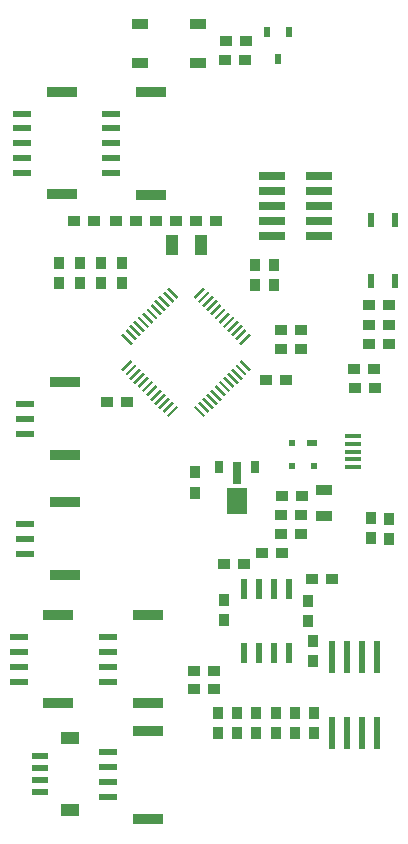
<source format=gbr>
G04 #@! TF.GenerationSoftware,KiCad,Pcbnew,(5.0.0)*
G04 #@! TF.CreationDate,2019-01-02T14:39:16-06:00*
G04 #@! TF.ProjectId,fk-sonar,666B2D736F6E61722E6B696361645F70,0.1*
G04 #@! TF.SameCoordinates,PX791ddc0PY791ddc0*
G04 #@! TF.FileFunction,Paste,Top*
G04 #@! TF.FilePolarity,Positive*
%FSLAX46Y46*%
G04 Gerber Fmt 4.6, Leading zero omitted, Abs format (unit mm)*
G04 Created by KiCad (PCBNEW (5.0.0)) date 01/02/19 14:39:17*
%MOMM*%
%LPD*%
G01*
G04 APERTURE LIST*
%ADD10R,0.540000X1.800000*%
%ADD11R,1.530000X0.540000*%
%ADD12R,2.520000X0.900000*%
%ADD13R,2.250000X0.675000*%
%ADD14R,0.630000X1.305000*%
%ADD15R,0.900000X0.990000*%
%ADD16R,0.990000X0.900000*%
%ADD17R,1.350000X0.900000*%
%ADD18C,0.225000*%
%ADD19C,0.100000*%
%ADD20R,0.990000X1.710000*%
%ADD21R,0.585000X0.945000*%
%ADD22R,1.350000X0.810000*%
%ADD23R,0.540000X2.700000*%
%ADD24R,0.900000X0.630000*%
%ADD25R,0.540000X0.630000*%
%ADD26R,1.350000X0.405000*%
%ADD27R,1.395000X0.540000*%
%ADD28R,1.620000X1.080000*%
%ADD29R,0.720000X1.080000*%
%ADD30R,0.720000X1.980000*%
%ADD31R,1.800000X2.250000*%
G04 APERTURE END LIST*
D10*
G04 #@! TO.C,U3*
X19608800Y10152400D03*
X18338800Y10152400D03*
X17068800Y10152400D03*
X15798800Y10152400D03*
X15798800Y15552400D03*
X17068800Y15552400D03*
X18338800Y15552400D03*
X19608800Y15552400D03*
G04 #@! TD*
D11*
G04 #@! TO.C,J10*
X4597400Y55803800D03*
X4597400Y54553800D03*
X4597400Y53303800D03*
X4597400Y52053800D03*
X4597400Y50803800D03*
D12*
X7947400Y57653800D03*
X7947400Y48953800D03*
G04 #@! TD*
D11*
G04 #@! TO.C,J9*
X-2966000Y55814600D03*
X-2966000Y54564600D03*
X-2966000Y53314600D03*
X-2966000Y52064600D03*
X-2966000Y50814600D03*
D12*
X384000Y57664600D03*
X384000Y48964600D03*
G04 #@! TD*
D13*
G04 #@! TO.C,J2*
X22180300Y45453300D03*
X18180300Y45453300D03*
X22180300Y46723300D03*
X18180300Y46723300D03*
X22180300Y47993300D03*
X18180300Y47993300D03*
X22180300Y49263300D03*
X18180300Y49263300D03*
X22180300Y50533300D03*
X18180300Y50533300D03*
G04 #@! TD*
D14*
G04 #@! TO.C,SW1*
X26609800Y46801400D03*
X26609800Y41641400D03*
X28609800Y41641400D03*
X28609800Y46801400D03*
G04 #@! TD*
D15*
G04 #@! TO.C,C1*
X3708400Y41479100D03*
X3708400Y43179100D03*
G04 #@! TD*
G04 #@! TO.C,C2*
X5461900Y41479100D03*
X5461900Y43179100D03*
G04 #@! TD*
D16*
G04 #@! TO.C,C3*
X10082000Y46736000D03*
X8382000Y46736000D03*
G04 #@! TD*
G04 #@! TO.C,C4*
X11762000Y46736000D03*
X13462000Y46736000D03*
G04 #@! TD*
D15*
G04 #@! TO.C,C5*
X16725900Y41263200D03*
X16725900Y42963200D03*
G04 #@! TD*
G04 #@! TO.C,C6*
X18376900Y41263200D03*
X18376900Y42963200D03*
G04 #@! TD*
G04 #@! TO.C,C7*
X1930400Y41479100D03*
X1930400Y43179100D03*
G04 #@! TD*
D16*
G04 #@! TO.C,C8*
X5930000Y31432500D03*
X4230000Y31432500D03*
G04 #@! TD*
G04 #@! TO.C,C9*
X17692000Y33274000D03*
X19392000Y33274000D03*
G04 #@! TD*
G04 #@! TO.C,C12*
X18962000Y20193000D03*
X20662000Y20193000D03*
G04 #@! TD*
D15*
G04 #@! TO.C,C13*
X28130500Y21487500D03*
X28130500Y19787500D03*
G04 #@! TD*
G04 #@! TO.C,C14*
X18542000Y5041000D03*
X18542000Y3341000D03*
G04 #@! TD*
G04 #@! TO.C,C17*
X15240000Y5080000D03*
X15240000Y3380000D03*
G04 #@! TD*
G04 #@! TO.C,C18*
X16827500Y5080000D03*
X16827500Y3380000D03*
G04 #@! TD*
D16*
G04 #@! TO.C,C19*
X28091500Y36322000D03*
X26391500Y36322000D03*
G04 #@! TD*
D15*
G04 #@! TO.C,C20*
X21653500Y11137000D03*
X21653500Y9437000D03*
G04 #@! TD*
D17*
G04 #@! TO.C,F1*
X22606000Y21760000D03*
X22606000Y23960000D03*
G04 #@! TD*
D15*
G04 #@! TO.C,L1*
X152400Y41479100D03*
X152400Y43179100D03*
G04 #@! TD*
D16*
G04 #@! TO.C,L2*
X18962000Y21844000D03*
X20662000Y21844000D03*
G04 #@! TD*
G04 #@! TO.C,R2*
X26404200Y37922200D03*
X28104200Y37922200D03*
G04 #@! TD*
G04 #@! TO.C,R3*
X26404200Y39624000D03*
X28104200Y39624000D03*
G04 #@! TD*
G04 #@! TO.C,R8*
X17374500Y18605500D03*
X19074500Y18605500D03*
G04 #@! TD*
D15*
G04 #@! TO.C,R9*
X14097000Y12929500D03*
X14097000Y14629500D03*
G04 #@! TD*
D16*
G04 #@! TO.C,R10*
X15811500Y17716500D03*
X14111500Y17716500D03*
G04 #@! TD*
D15*
G04 #@! TO.C,R11*
X21717000Y5041000D03*
X21717000Y3341000D03*
G04 #@! TD*
G04 #@! TO.C,R12*
X13652500Y5041000D03*
X13652500Y3341000D03*
G04 #@! TD*
D16*
G04 #@! TO.C,R13*
X3136000Y46736000D03*
X1436000Y46736000D03*
G04 #@! TD*
G04 #@! TO.C,R14*
X4992000Y46736000D03*
X6692000Y46736000D03*
G04 #@! TD*
G04 #@! TO.C,R15*
X11596000Y7112000D03*
X13296000Y7112000D03*
G04 #@! TD*
D18*
G04 #@! TO.C,U1*
X9784029Y40638058D03*
D19*
G36*
X9290822Y40972166D02*
X9449921Y41131265D01*
X10277236Y40303950D01*
X10118137Y40144851D01*
X9290822Y40972166D01*
X9290822Y40972166D01*
G37*
D18*
X9430476Y40284505D03*
D19*
G36*
X8937269Y40618613D02*
X9096368Y40777712D01*
X9923683Y39950397D01*
X9764584Y39791298D01*
X8937269Y40618613D01*
X8937269Y40618613D01*
G37*
D18*
X9076922Y39930951D03*
D19*
G36*
X8583715Y40265059D02*
X8742814Y40424158D01*
X9570129Y39596843D01*
X9411030Y39437744D01*
X8583715Y40265059D01*
X8583715Y40265059D01*
G37*
D18*
X8723369Y39577398D03*
D19*
G36*
X8230162Y39911506D02*
X8389261Y40070605D01*
X9216576Y39243290D01*
X9057477Y39084191D01*
X8230162Y39911506D01*
X8230162Y39911506D01*
G37*
D18*
X8369816Y39223845D03*
D19*
G36*
X7876609Y39557953D02*
X8035708Y39717052D01*
X8863023Y38889737D01*
X8703924Y38730638D01*
X7876609Y39557953D01*
X7876609Y39557953D01*
G37*
D18*
X8016262Y38870291D03*
D19*
G36*
X7523055Y39204399D02*
X7682154Y39363498D01*
X8509469Y38536183D01*
X8350370Y38377084D01*
X7523055Y39204399D01*
X7523055Y39204399D01*
G37*
D18*
X7662709Y38516738D03*
D19*
G36*
X7169502Y38850846D02*
X7328601Y39009945D01*
X8155916Y38182630D01*
X7996817Y38023531D01*
X7169502Y38850846D01*
X7169502Y38850846D01*
G37*
D18*
X7309155Y38163184D03*
D19*
G36*
X6815948Y38497292D02*
X6975047Y38656391D01*
X7802362Y37829076D01*
X7643263Y37669977D01*
X6815948Y38497292D01*
X6815948Y38497292D01*
G37*
D18*
X6955602Y37809631D03*
D19*
G36*
X6462395Y38143739D02*
X6621494Y38302838D01*
X7448809Y37475523D01*
X7289710Y37316424D01*
X6462395Y38143739D01*
X6462395Y38143739D01*
G37*
D18*
X6602049Y37456078D03*
D19*
G36*
X6108842Y37790186D02*
X6267941Y37949285D01*
X7095256Y37121970D01*
X6936157Y36962871D01*
X6108842Y37790186D01*
X6108842Y37790186D01*
G37*
D18*
X6248495Y37102524D03*
D19*
G36*
X5755288Y37436632D02*
X5914387Y37595731D01*
X6741702Y36768416D01*
X6582603Y36609317D01*
X5755288Y37436632D01*
X5755288Y37436632D01*
G37*
D18*
X5894942Y36748971D03*
D19*
G36*
X5401735Y37083079D02*
X5560834Y37242178D01*
X6388149Y36414863D01*
X6229050Y36255764D01*
X5401735Y37083079D01*
X5401735Y37083079D01*
G37*
D18*
X5894942Y34486229D03*
D19*
G36*
X5560834Y33993022D02*
X5401735Y34152121D01*
X6229050Y34979436D01*
X6388149Y34820337D01*
X5560834Y33993022D01*
X5560834Y33993022D01*
G37*
D18*
X6248495Y34132676D03*
D19*
G36*
X5914387Y33639469D02*
X5755288Y33798568D01*
X6582603Y34625883D01*
X6741702Y34466784D01*
X5914387Y33639469D01*
X5914387Y33639469D01*
G37*
D18*
X6602049Y33779122D03*
D19*
G36*
X6267941Y33285915D02*
X6108842Y33445014D01*
X6936157Y34272329D01*
X7095256Y34113230D01*
X6267941Y33285915D01*
X6267941Y33285915D01*
G37*
D18*
X6955602Y33425569D03*
D19*
G36*
X6621494Y32932362D02*
X6462395Y33091461D01*
X7289710Y33918776D01*
X7448809Y33759677D01*
X6621494Y32932362D01*
X6621494Y32932362D01*
G37*
D18*
X7309155Y33072016D03*
D19*
G36*
X6975047Y32578809D02*
X6815948Y32737908D01*
X7643263Y33565223D01*
X7802362Y33406124D01*
X6975047Y32578809D01*
X6975047Y32578809D01*
G37*
D18*
X7662709Y32718462D03*
D19*
G36*
X7328601Y32225255D02*
X7169502Y32384354D01*
X7996817Y33211669D01*
X8155916Y33052570D01*
X7328601Y32225255D01*
X7328601Y32225255D01*
G37*
D18*
X8016262Y32364909D03*
D19*
G36*
X7682154Y31871702D02*
X7523055Y32030801D01*
X8350370Y32858116D01*
X8509469Y32699017D01*
X7682154Y31871702D01*
X7682154Y31871702D01*
G37*
D18*
X8369816Y32011355D03*
D19*
G36*
X8035708Y31518148D02*
X7876609Y31677247D01*
X8703924Y32504562D01*
X8863023Y32345463D01*
X8035708Y31518148D01*
X8035708Y31518148D01*
G37*
D18*
X8723369Y31657802D03*
D19*
G36*
X8389261Y31164595D02*
X8230162Y31323694D01*
X9057477Y32151009D01*
X9216576Y31991910D01*
X8389261Y31164595D01*
X8389261Y31164595D01*
G37*
D18*
X9076922Y31304249D03*
D19*
G36*
X8742814Y30811042D02*
X8583715Y30970141D01*
X9411030Y31797456D01*
X9570129Y31638357D01*
X8742814Y30811042D01*
X8742814Y30811042D01*
G37*
D18*
X9430476Y30950695D03*
D19*
G36*
X9096368Y30457488D02*
X8937269Y30616587D01*
X9764584Y31443902D01*
X9923683Y31284803D01*
X9096368Y30457488D01*
X9096368Y30457488D01*
G37*
D18*
X9784029Y30597142D03*
D19*
G36*
X9449921Y30103935D02*
X9290822Y30263034D01*
X10118137Y31090349D01*
X10277236Y30931250D01*
X9449921Y30103935D01*
X9449921Y30103935D01*
G37*
D18*
X12046771Y30597142D03*
D19*
G36*
X11553564Y30931250D02*
X11712663Y31090349D01*
X12539978Y30263034D01*
X12380879Y30103935D01*
X11553564Y30931250D01*
X11553564Y30931250D01*
G37*
D18*
X12400324Y30950695D03*
D19*
G36*
X11907117Y31284803D02*
X12066216Y31443902D01*
X12893531Y30616587D01*
X12734432Y30457488D01*
X11907117Y31284803D01*
X11907117Y31284803D01*
G37*
D18*
X12753878Y31304249D03*
D19*
G36*
X12260671Y31638357D02*
X12419770Y31797456D01*
X13247085Y30970141D01*
X13087986Y30811042D01*
X12260671Y31638357D01*
X12260671Y31638357D01*
G37*
D18*
X13107431Y31657802D03*
D19*
G36*
X12614224Y31991910D02*
X12773323Y32151009D01*
X13600638Y31323694D01*
X13441539Y31164595D01*
X12614224Y31991910D01*
X12614224Y31991910D01*
G37*
D18*
X13460984Y32011355D03*
D19*
G36*
X12967777Y32345463D02*
X13126876Y32504562D01*
X13954191Y31677247D01*
X13795092Y31518148D01*
X12967777Y32345463D01*
X12967777Y32345463D01*
G37*
D18*
X13814538Y32364909D03*
D19*
G36*
X13321331Y32699017D02*
X13480430Y32858116D01*
X14307745Y32030801D01*
X14148646Y31871702D01*
X13321331Y32699017D01*
X13321331Y32699017D01*
G37*
D18*
X14168091Y32718462D03*
D19*
G36*
X13674884Y33052570D02*
X13833983Y33211669D01*
X14661298Y32384354D01*
X14502199Y32225255D01*
X13674884Y33052570D01*
X13674884Y33052570D01*
G37*
D18*
X14521645Y33072016D03*
D19*
G36*
X14028438Y33406124D02*
X14187537Y33565223D01*
X15014852Y32737908D01*
X14855753Y32578809D01*
X14028438Y33406124D01*
X14028438Y33406124D01*
G37*
D18*
X14875198Y33425569D03*
D19*
G36*
X14381991Y33759677D02*
X14541090Y33918776D01*
X15368405Y33091461D01*
X15209306Y32932362D01*
X14381991Y33759677D01*
X14381991Y33759677D01*
G37*
D18*
X15228751Y33779122D03*
D19*
G36*
X14735544Y34113230D02*
X14894643Y34272329D01*
X15721958Y33445014D01*
X15562859Y33285915D01*
X14735544Y34113230D01*
X14735544Y34113230D01*
G37*
D18*
X15582305Y34132676D03*
D19*
G36*
X15089098Y34466784D02*
X15248197Y34625883D01*
X16075512Y33798568D01*
X15916413Y33639469D01*
X15089098Y34466784D01*
X15089098Y34466784D01*
G37*
D18*
X15935858Y34486229D03*
D19*
G36*
X15442651Y34820337D02*
X15601750Y34979436D01*
X16429065Y34152121D01*
X16269966Y33993022D01*
X15442651Y34820337D01*
X15442651Y34820337D01*
G37*
D18*
X15935858Y36748971D03*
D19*
G36*
X15601750Y36255764D02*
X15442651Y36414863D01*
X16269966Y37242178D01*
X16429065Y37083079D01*
X15601750Y36255764D01*
X15601750Y36255764D01*
G37*
D18*
X15582305Y37102524D03*
D19*
G36*
X15248197Y36609317D02*
X15089098Y36768416D01*
X15916413Y37595731D01*
X16075512Y37436632D01*
X15248197Y36609317D01*
X15248197Y36609317D01*
G37*
D18*
X15228751Y37456078D03*
D19*
G36*
X14894643Y36962871D02*
X14735544Y37121970D01*
X15562859Y37949285D01*
X15721958Y37790186D01*
X14894643Y36962871D01*
X14894643Y36962871D01*
G37*
D18*
X14875198Y37809631D03*
D19*
G36*
X14541090Y37316424D02*
X14381991Y37475523D01*
X15209306Y38302838D01*
X15368405Y38143739D01*
X14541090Y37316424D01*
X14541090Y37316424D01*
G37*
D18*
X14521645Y38163184D03*
D19*
G36*
X14187537Y37669977D02*
X14028438Y37829076D01*
X14855753Y38656391D01*
X15014852Y38497292D01*
X14187537Y37669977D01*
X14187537Y37669977D01*
G37*
D18*
X14168091Y38516738D03*
D19*
G36*
X13833983Y38023531D02*
X13674884Y38182630D01*
X14502199Y39009945D01*
X14661298Y38850846D01*
X13833983Y38023531D01*
X13833983Y38023531D01*
G37*
D18*
X13814538Y38870291D03*
D19*
G36*
X13480430Y38377084D02*
X13321331Y38536183D01*
X14148646Y39363498D01*
X14307745Y39204399D01*
X13480430Y38377084D01*
X13480430Y38377084D01*
G37*
D18*
X13460984Y39223845D03*
D19*
G36*
X13126876Y38730638D02*
X12967777Y38889737D01*
X13795092Y39717052D01*
X13954191Y39557953D01*
X13126876Y38730638D01*
X13126876Y38730638D01*
G37*
D18*
X13107431Y39577398D03*
D19*
G36*
X12773323Y39084191D02*
X12614224Y39243290D01*
X13441539Y40070605D01*
X13600638Y39911506D01*
X12773323Y39084191D01*
X12773323Y39084191D01*
G37*
D18*
X12753878Y39930951D03*
D19*
G36*
X12419770Y39437744D02*
X12260671Y39596843D01*
X13087986Y40424158D01*
X13247085Y40265059D01*
X12419770Y39437744D01*
X12419770Y39437744D01*
G37*
D18*
X12400324Y40284505D03*
D19*
G36*
X12066216Y39791298D02*
X11907117Y39950397D01*
X12734432Y40777712D01*
X12893531Y40618613D01*
X12066216Y39791298D01*
X12066216Y39791298D01*
G37*
D18*
X12046771Y40638058D03*
D19*
G36*
X11712663Y40144851D02*
X11553564Y40303950D01*
X12380879Y41131265D01*
X12539978Y40972166D01*
X11712663Y40144851D01*
X11712663Y40144851D01*
G37*
G04 #@! TD*
D20*
G04 #@! TO.C,Y1*
X9692002Y44704000D03*
X12192000Y44704000D03*
G04 #@! TD*
D21*
G04 #@! TO.C,Q1*
X19644400Y62694200D03*
X17744400Y62694200D03*
X18694400Y60394200D03*
G04 #@! TD*
D16*
G04 #@! TO.C,R1*
X14237600Y60350400D03*
X15937600Y60350400D03*
G04 #@! TD*
D22*
G04 #@! TO.C,U7*
X11924200Y60072000D03*
X11924200Y63372000D03*
X7024200Y63372000D03*
X7024200Y60072000D03*
G04 #@! TD*
D11*
G04 #@! TO.C,J1*
X-2712000Y21062000D03*
X-2712000Y19812000D03*
X-2712000Y18562000D03*
D12*
X638000Y22912000D03*
X638000Y16712000D03*
G04 #@! TD*
G04 #@! TO.C,J8*
X638000Y26872000D03*
X638000Y33072000D03*
D11*
X-2712000Y28722000D03*
X-2712000Y29972000D03*
X-2712000Y31222000D03*
G04 #@! TD*
D15*
G04 #@! TO.C,R4*
X26543000Y21551000D03*
X26543000Y19851000D03*
G04 #@! TD*
D23*
G04 #@! TO.C,U4*
X23241000Y9804000D03*
X24511000Y9804000D03*
X25781000Y9804000D03*
X27051000Y9804000D03*
X27051000Y3404000D03*
X25781000Y3404000D03*
X24511000Y3404000D03*
X23241000Y3404000D03*
G04 #@! TD*
D16*
G04 #@! TO.C,R5*
X18962000Y37465000D03*
X20662000Y37465000D03*
G04 #@! TD*
G04 #@! TO.C,R6*
X18962000Y35877500D03*
X20662000Y35877500D03*
G04 #@! TD*
G04 #@! TO.C,C10*
X20725500Y23431500D03*
X19025500Y23431500D03*
G04 #@! TD*
D15*
G04 #@! TO.C,C11*
X11684000Y25424500D03*
X11684000Y23724500D03*
G04 #@! TD*
D16*
G04 #@! TO.C,C15*
X21565500Y16446500D03*
X23265500Y16446500D03*
G04 #@! TD*
D15*
G04 #@! TO.C,C16*
X20129500Y3341000D03*
X20129500Y5041000D03*
G04 #@! TD*
D16*
G04 #@! TO.C,D1*
X15963000Y61976000D03*
X14263000Y61976000D03*
G04 #@! TD*
D24*
G04 #@! TO.C,D2*
X21578000Y27940000D03*
D25*
X19878000Y27940000D03*
X19878000Y25940000D03*
X21778000Y25940000D03*
G04 #@! TD*
D16*
G04 #@! TO.C,D3*
X25146000Y34163000D03*
X26846000Y34163000D03*
G04 #@! TD*
D26*
G04 #@! TO.C,J4*
X25024000Y25878000D03*
X25024000Y27178000D03*
X25024000Y26528000D03*
X25024000Y27828000D03*
X25024000Y28478000D03*
G04 #@! TD*
D11*
G04 #@! TO.C,J6*
X4323800Y1722600D03*
X4323800Y472600D03*
X4323800Y-777400D03*
X4323800Y-2027400D03*
D12*
X7673800Y3572600D03*
X7673800Y-3877400D03*
G04 #@! TD*
D27*
G04 #@! TO.C,J11*
X-1426600Y1398400D03*
X-1426600Y398400D03*
X-1426600Y-601600D03*
X-1426600Y-1601600D03*
D28*
X1098400Y-3151600D03*
X1098400Y2948400D03*
G04 #@! TD*
D12*
G04 #@! TO.C,J12*
X104600Y5876200D03*
X104600Y13326200D03*
D11*
X-3245400Y7726200D03*
X-3245400Y8976200D03*
X-3245400Y10226200D03*
X-3245400Y11476200D03*
G04 #@! TD*
G04 #@! TO.C,J13*
X4349200Y11476200D03*
X4349200Y10226200D03*
X4349200Y8976200D03*
X4349200Y7726200D03*
D12*
X7699200Y13326200D03*
X7699200Y5876200D03*
G04 #@! TD*
D15*
G04 #@! TO.C,R7*
X21272500Y14566000D03*
X21272500Y12866000D03*
G04 #@! TD*
D16*
G04 #@! TO.C,R16*
X11596000Y8636000D03*
X13296000Y8636000D03*
G04 #@! TD*
G04 #@! TO.C,R17*
X25185000Y32575500D03*
X26885000Y32575500D03*
G04 #@! TD*
D29*
G04 #@! TO.C,U2*
X16740000Y25880000D03*
D30*
X15240000Y25380000D03*
D29*
X13740000Y25880000D03*
D31*
X15240000Y23030000D03*
G04 #@! TD*
M02*

</source>
